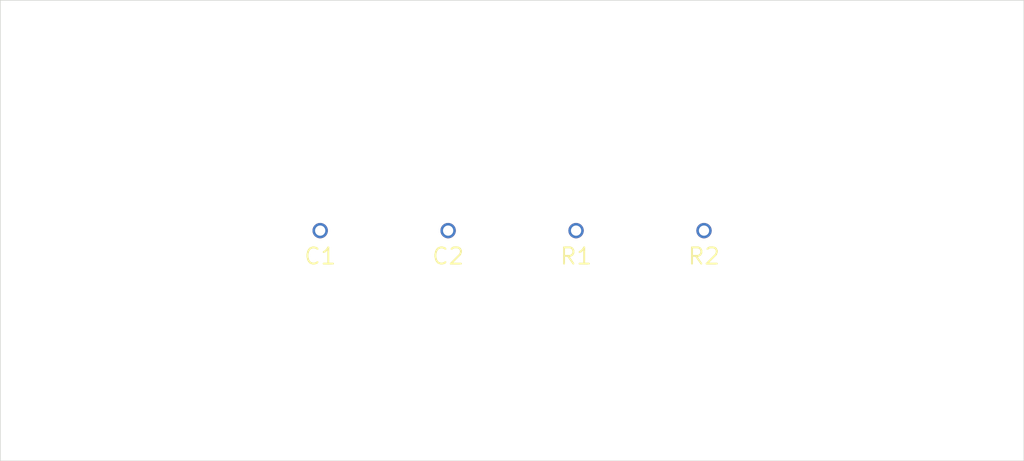
<source format=kicad_pcb>
(kicad_pcb (version 20241229) (generator "pcbnew") (generator_version "9.0")
  (layers (0 "F.Cu" signal) (2 "B.Cu" signal) (13 "F.Paste" user) (15 "B.Paste" user) (5 "F.SilkS" user) (7 "B.SilkS" user) (1 "F.Mask" user) (3 "B.Mask" user) (25 "Edge.Cuts" user))
  (net 0 "")
  (net 1 "0")
  (net 2 "VCC")
  (net 3 "VDD")
  (net 4 "VO")
  (footprint "TestPoint:TestPoint_2.54mm" (layer "F.Cu") (at 25.00 18.00 0)
    (property "Reference" "C1" (at 0 2 0) (layer "F.SilkS"))
    (property "Value" "0.1")
    (pad "1" thru_hole circle (at 0 0) (size 1.2 1.2) (drill 0.8) (layers "F.Cu" "B.Cu" "F.Mask"))
  )
  (footprint "TestPoint:TestPoint_2.54mm" (layer "F.Cu") (at 35.00 18.00 0)
    (property "Reference" "C2" (at 0 2 0) (layer "F.SilkS"))
    (property "Value" "0.1")
    (pad "1" thru_hole circle (at 0 0) (size 1.2 1.2) (drill 0.8) (layers "F.Cu" "B.Cu" "F.Mask"))
  )
  (footprint "TestPoint:TestPoint_2.54mm" (layer "F.Cu") (at 45.00 18.00 0)
    (property "Reference" "R1" (at 0 2 0) (layer "F.SilkS"))
    (property "Value" "10000")
    (pad "1" thru_hole circle (at 0 0) (size 1.2 1.2) (drill 0.8) (layers "F.Cu" "B.Cu" "F.Mask"))
  )
  (footprint "TestPoint:TestPoint_2.54mm" (layer "F.Cu") (at 55.00 18.00 0)
    (property "Reference" "R2" (at 0 2 0) (layer "F.SilkS"))
    (property "Value" "10000")
    (pad "1" thru_hole circle (at 0 0) (size 1.2 1.2) (drill 0.8) (layers "F.Cu" "B.Cu" "F.Mask"))
  )
  (gr_line (start 0 0) (end 80 0) (layer "Edge.Cuts") (width 0.05))
  (gr_line (start 80 0) (end 80 36) (layer "Edge.Cuts") (width 0.05))
  (gr_line (start 80 36) (end 0 36) (layer "Edge.Cuts") (width 0.05))
  (gr_line (start 0 36) (end 0 0) (layer "Edge.Cuts") (width 0.05))
)
</source>
